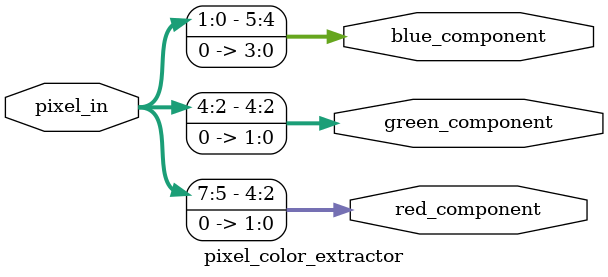
<source format=sv>
`timescale 1ns / 1ps

module basic_display_codec (
    input clk,                // 时钟信号
    input rst_n,              // 低电平有效复位
    input valid_in,           // 输入数据有效标志
    input [7:0] pixel_in,     // 8位输入像素
    output valid_out,         // 输出数据有效标志
    output [15:0] display_out // 16位输出显示数据
);
    // 第一级流水线信号
    reg valid_stage1;
    reg [7:0] pixel_stage1;
    
    // 第二级流水线信号
    reg valid_stage2;
    reg [4:0] red_stage2;
    reg [4:0] green_stage2;
    reg [5:0] blue_stage2;
    
    // 第三级流水线信号 (输出)
    reg valid_stage3;
    reg [15:0] display_stage3;
    
    // 内部连接信号
    wire [4:0] red_component;
    wire [4:0] green_component;
    wire [5:0] blue_component;
    
    // 颜色分量提取子模块
    pixel_color_extractor extractor (
        .pixel_in(pixel_stage1),
        .red_component(red_component),
        .green_component(green_component),
        .blue_component(blue_component)
    );
    
    // 第一级流水线 - 寄存输入数据
    always @(posedge clk or negedge rst_n) begin
        if (!rst_n) begin
            valid_stage1 <= 1'b0;
            pixel_stage1 <= 8'h00;
        end
        else begin
            valid_stage1 <= valid_in;
            pixel_stage1 <= pixel_in;
        end
    end
    
    // 第二级流水线 - 存储颜色分量
    always @(posedge clk or negedge rst_n) begin
        if (!rst_n) begin
            valid_stage2 <= 1'b0;
            red_stage2 <= 5'h00;
            green_stage2 <= 5'h00;
            blue_stage2 <= 6'h00;
        end
        else begin
            valid_stage2 <= valid_stage1;
            red_stage2 <= red_component;
            green_stage2 <= green_component;
            blue_stage2 <= blue_component;
        end
    end
    
    // 第三级流水线 - 生成显示输出
    always @(posedge clk or negedge rst_n) begin
        if (!rst_n) begin
            valid_stage3 <= 1'b0;
            display_stage3 <= 16'h0000;
        end
        else begin
            valid_stage3 <= valid_stage2;
            display_stage3 <= {red_stage2, green_stage2, blue_stage2};
        end
    end
    
    // 输出赋值
    assign valid_out = valid_stage3;
    assign display_out = display_stage3;
    
endmodule

// 颜色分量提取子模块
module pixel_color_extractor (
    input [7:0] pixel_in,          // 输入像素
    output [4:0] red_component,    // 红色分量
    output [4:0] green_component,  // 绿色分量
    output [5:0] blue_component    // 蓝色分量
);
    // 从输入像素中提取RGB颜色分量
    assign red_component = {pixel_in[7:5], 2'b00};  // 提取红色并扩展
    assign green_component = {pixel_in[4:2], 2'b00}; // 提取绿色并扩展
    assign blue_component = {pixel_in[1:0], 4'b0000}; // 提取蓝色并扩展
    
endmodule
</source>
